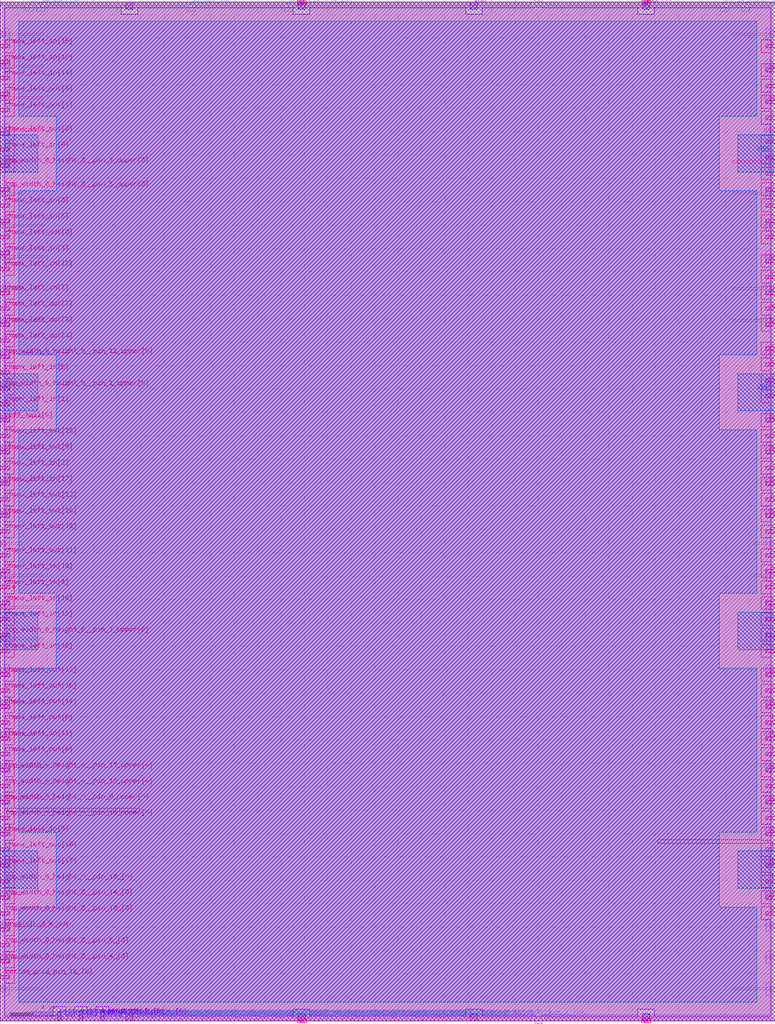
<source format=lef>
VERSION 5.7 ;
BUSBITCHARS "[]" ;

UNITS
  DATABASE MICRONS 1000 ;
END UNITS

MANUFACTURINGGRID 0.005 ;

LAYER li1
  TYPE ROUTING ;
  DIRECTION VERTICAL ;
  PITCH 0.46 ;
  WIDTH 0.17 ;
END li1

LAYER mcon
  TYPE CUT ;
END mcon

LAYER met1
  TYPE ROUTING ;
  DIRECTION HORIZONTAL ;
  PITCH 0.34 ;
  WIDTH 0.14 ;
END met1

LAYER via
  TYPE CUT ;
END via

LAYER met2
  TYPE ROUTING ;
  DIRECTION VERTICAL ;
  PITCH 0.46 ;
  WIDTH 0.14 ;
END met2

LAYER via2
  TYPE CUT ;
END via2

LAYER met3
  TYPE ROUTING ;
  DIRECTION HORIZONTAL ;
  PITCH 0.68 ;
  WIDTH 0.3 ;
END met3

LAYER via3
  TYPE CUT ;
END via3

LAYER met4
  TYPE ROUTING ;
  DIRECTION VERTICAL ;
  PITCH 0.92 ;
  WIDTH 0.3 ;
END met4

LAYER via4
  TYPE CUT ;
END via4

LAYER met5
  TYPE ROUTING ;
  DIRECTION HORIZONTAL ;
  PITCH 3.4 ;
  WIDTH 1.6 ;
END met5

LAYER nwell
  TYPE MASTERSLICE ;
END nwell

LAYER pwell
  TYPE MASTERSLICE ;
END pwell

LAYER OVERLAP
  TYPE OVERLAP ;
END OVERLAP

VIA L1M1_PR
  LAYER li1 ;
    RECT -0.085 -0.085 0.085 0.085 ;
  LAYER mcon ;
    RECT -0.085 -0.085 0.085 0.085 ;
  LAYER met1 ;
    RECT -0.145 -0.115 0.145 0.115 ;
END L1M1_PR

VIA L1M1_PR_R
  LAYER li1 ;
    RECT -0.085 -0.085 0.085 0.085 ;
  LAYER mcon ;
    RECT -0.085 -0.085 0.085 0.085 ;
  LAYER met1 ;
    RECT -0.115 -0.145 0.115 0.145 ;
END L1M1_PR_R

VIA L1M1_PR_M
  LAYER li1 ;
    RECT -0.085 -0.085 0.085 0.085 ;
  LAYER mcon ;
    RECT -0.085 -0.085 0.085 0.085 ;
  LAYER met1 ;
    RECT -0.115 -0.145 0.115 0.145 ;
END L1M1_PR_M

VIA L1M1_PR_MR
  LAYER li1 ;
    RECT -0.085 -0.085 0.085 0.085 ;
  LAYER mcon ;
    RECT -0.085 -0.085 0.085 0.085 ;
  LAYER met1 ;
    RECT -0.145 -0.115 0.145 0.115 ;
END L1M1_PR_MR

VIA L1M1_PR_C
  LAYER li1 ;
    RECT -0.085 -0.085 0.085 0.085 ;
  LAYER mcon ;
    RECT -0.085 -0.085 0.085 0.085 ;
  LAYER met1 ;
    RECT -0.145 -0.145 0.145 0.145 ;
END L1M1_PR_C

VIA M1M2_PR
  LAYER met1 ;
    RECT -0.16 -0.13 0.16 0.13 ;
  LAYER via ;
    RECT -0.075 -0.075 0.075 0.075 ;
  LAYER met2 ;
    RECT -0.13 -0.16 0.13 0.16 ;
END M1M2_PR

VIA M1M2_PR_Enc
  LAYER met1 ;
    RECT -0.16 -0.13 0.16 0.13 ;
  LAYER via ;
    RECT -0.075 -0.075 0.075 0.075 ;
  LAYER met2 ;
    RECT -0.16 -0.13 0.16 0.13 ;
END M1M2_PR_Enc

VIA M1M2_PR_R
  LAYER met1 ;
    RECT -0.13 -0.16 0.13 0.16 ;
  LAYER via ;
    RECT -0.075 -0.075 0.075 0.075 ;
  LAYER met2 ;
    RECT -0.16 -0.13 0.16 0.13 ;
END M1M2_PR_R

VIA M1M2_PR_R_Enc
  LAYER met1 ;
    RECT -0.13 -0.16 0.13 0.16 ;
  LAYER via ;
    RECT -0.075 -0.075 0.075 0.075 ;
  LAYER met2 ;
    RECT -0.13 -0.16 0.13 0.16 ;
END M1M2_PR_R_Enc

VIA M1M2_PR_M
  LAYER met1 ;
    RECT -0.16 -0.13 0.16 0.13 ;
  LAYER via ;
    RECT -0.075 -0.075 0.075 0.075 ;
  LAYER met2 ;
    RECT -0.16 -0.13 0.16 0.13 ;
END M1M2_PR_M

VIA M1M2_PR_M_Enc
  LAYER met1 ;
    RECT -0.16 -0.13 0.16 0.13 ;
  LAYER via ;
    RECT -0.075 -0.075 0.075 0.075 ;
  LAYER met2 ;
    RECT -0.13 -0.16 0.13 0.16 ;
END M1M2_PR_M_Enc

VIA M1M2_PR_MR
  LAYER met1 ;
    RECT -0.13 -0.16 0.13 0.16 ;
  LAYER via ;
    RECT -0.075 -0.075 0.075 0.075 ;
  LAYER met2 ;
    RECT -0.13 -0.16 0.13 0.16 ;
END M1M2_PR_MR

VIA M1M2_PR_MR_Enc
  LAYER met1 ;
    RECT -0.13 -0.16 0.13 0.16 ;
  LAYER via ;
    RECT -0.075 -0.075 0.075 0.075 ;
  LAYER met2 ;
    RECT -0.16 -0.13 0.16 0.13 ;
END M1M2_PR_MR_Enc

VIA M1M2_PR_C
  LAYER met1 ;
    RECT -0.16 -0.16 0.16 0.16 ;
  LAYER via ;
    RECT -0.075 -0.075 0.075 0.075 ;
  LAYER met2 ;
    RECT -0.16 -0.16 0.16 0.16 ;
END M1M2_PR_C

VIA M2M3_PR
  LAYER met2 ;
    RECT -0.14 -0.185 0.14 0.185 ;
  LAYER via2 ;
    RECT -0.1 -0.1 0.1 0.1 ;
  LAYER met3 ;
    RECT -0.165 -0.165 0.165 0.165 ;
END M2M3_PR

VIA M2M3_PR_R
  LAYER met2 ;
    RECT -0.185 -0.14 0.185 0.14 ;
  LAYER via2 ;
    RECT -0.1 -0.1 0.1 0.1 ;
  LAYER met3 ;
    RECT -0.165 -0.165 0.165 0.165 ;
END M2M3_PR_R

VIA M2M3_PR_M
  LAYER met2 ;
    RECT -0.14 -0.185 0.14 0.185 ;
  LAYER via2 ;
    RECT -0.1 -0.1 0.1 0.1 ;
  LAYER met3 ;
    RECT -0.165 -0.165 0.165 0.165 ;
END M2M3_PR_M

VIA M2M3_PR_MR
  LAYER met2 ;
    RECT -0.185 -0.14 0.185 0.14 ;
  LAYER via2 ;
    RECT -0.1 -0.1 0.1 0.1 ;
  LAYER met3 ;
    RECT -0.165 -0.165 0.165 0.165 ;
END M2M3_PR_MR

VIA M2M3_PR_C
  LAYER met2 ;
    RECT -0.185 -0.185 0.185 0.185 ;
  LAYER via2 ;
    RECT -0.1 -0.1 0.1 0.1 ;
  LAYER met3 ;
    RECT -0.165 -0.165 0.165 0.165 ;
END M2M3_PR_C

VIA M3M4_PR
  LAYER met3 ;
    RECT -0.19 -0.16 0.19 0.16 ;
  LAYER via3 ;
    RECT -0.1 -0.1 0.1 0.1 ;
  LAYER met4 ;
    RECT -0.165 -0.165 0.165 0.165 ;
END M3M4_PR

VIA M3M4_PR_R
  LAYER met3 ;
    RECT -0.16 -0.19 0.16 0.19 ;
  LAYER via3 ;
    RECT -0.1 -0.1 0.1 0.1 ;
  LAYER met4 ;
    RECT -0.165 -0.165 0.165 0.165 ;
END M3M4_PR_R

VIA M3M4_PR_M
  LAYER met3 ;
    RECT -0.19 -0.16 0.19 0.16 ;
  LAYER via3 ;
    RECT -0.1 -0.1 0.1 0.1 ;
  LAYER met4 ;
    RECT -0.165 -0.165 0.165 0.165 ;
END M3M4_PR_M

VIA M3M4_PR_MR
  LAYER met3 ;
    RECT -0.16 -0.19 0.16 0.19 ;
  LAYER via3 ;
    RECT -0.1 -0.1 0.1 0.1 ;
  LAYER met4 ;
    RECT -0.165 -0.165 0.165 0.165 ;
END M3M4_PR_MR

VIA M3M4_PR_C
  LAYER met3 ;
    RECT -0.19 -0.19 0.19 0.19 ;
  LAYER via3 ;
    RECT -0.1 -0.1 0.1 0.1 ;
  LAYER met4 ;
    RECT -0.165 -0.165 0.165 0.165 ;
END M3M4_PR_C

VIA M4M5_PR
  LAYER met4 ;
    RECT -0.59 -0.59 0.59 0.59 ;
  LAYER via4 ;
    RECT -0.4 -0.4 0.4 0.4 ;
  LAYER met5 ;
    RECT -0.71 -0.71 0.71 0.71 ;
END M4M5_PR

VIA M4M5_PR_R
  LAYER met4 ;
    RECT -0.59 -0.59 0.59 0.59 ;
  LAYER via4 ;
    RECT -0.4 -0.4 0.4 0.4 ;
  LAYER met5 ;
    RECT -0.71 -0.71 0.71 0.71 ;
END M4M5_PR_R

VIA M4M5_PR_M
  LAYER met4 ;
    RECT -0.59 -0.59 0.59 0.59 ;
  LAYER via4 ;
    RECT -0.4 -0.4 0.4 0.4 ;
  LAYER met5 ;
    RECT -0.71 -0.71 0.71 0.71 ;
END M4M5_PR_M

VIA M4M5_PR_MR
  LAYER met4 ;
    RECT -0.59 -0.59 0.59 0.59 ;
  LAYER via4 ;
    RECT -0.4 -0.4 0.4 0.4 ;
  LAYER met5 ;
    RECT -0.71 -0.71 0.71 0.71 ;
END M4M5_PR_MR

VIA M4M5_PR_C
  LAYER met4 ;
    RECT -0.59 -0.59 0.59 0.59 ;
  LAYER via4 ;
    RECT -0.4 -0.4 0.4 0.4 ;
  LAYER met5 ;
    RECT -0.71 -0.71 0.71 0.71 ;
END M4M5_PR_C

SITE unit
  CLASS CORE ;
  SYMMETRY Y ;
  SIZE 0.46 BY 2.72 ;
END unit

SITE unithddbl
  CLASS CORE ;
  SIZE 0.46 BY 5.44 ;
END unithddbl

MACRO cbx_1__0_
  CLASS BLOCK ;
  ORIGIN 0 0 ;
  SIZE 66.24 BY 87.04 ;
  SYMMETRY X Y ;
  PIN chanx_left_in[0]
    DIRECTION INPUT ;
    USE SIGNAL ;
    PORT
      LAYER met3 ;
        RECT 0 69.55 0.8 69.85 ;
    END
  END chanx_left_in[0]
  PIN chanx_left_in[1]
    DIRECTION INPUT ;
    USE SIGNAL ;
    PORT
      LAYER met3 ;
        RECT 0 52.55 0.8 52.85 ;
    END
  END chanx_left_in[1]
  PIN chanx_left_in[2]
    DIRECTION INPUT ;
    USE SIGNAL ;
    PORT
      LAYER met3 ;
        RECT 0 47.11 0.8 47.41 ;
    END
  END chanx_left_in[2]
  PIN chanx_left_in[3]
    DIRECTION INPUT ;
    USE SIGNAL ;
    PORT
      LAYER met3 ;
        RECT 0 65.47 0.8 65.77 ;
    END
  END chanx_left_in[3]
  PIN chanx_left_in[4]
    DIRECTION INPUT ;
    USE SIGNAL ;
    PORT
      LAYER met3 ;
        RECT 0 36.91 0.8 37.21 ;
    END
  END chanx_left_in[4]
  PIN chanx_left_in[5]
    DIRECTION INPUT ;
    USE SIGNAL ;
    PORT
      LAYER met3 ;
        RECT 0 15.83 0.8 16.13 ;
    END
  END chanx_left_in[5]
  PIN chanx_left_in[6]
    DIRECTION INPUT ;
    USE SIGNAL ;
    PORT
      LAYER met3 ;
        RECT 0 68.19 0.8 68.49 ;
    END
  END chanx_left_in[6]
  PIN chanx_left_in[7]
    DIRECTION INPUT ;
    USE SIGNAL ;
    PORT
      LAYER met3 ;
        RECT 0 62.07 0.8 62.37 ;
    END
  END chanx_left_in[7]
  PIN chanx_left_in[8]
    DIRECTION INPUT ;
    USE SIGNAL ;
    PORT
      LAYER met3 ;
        RECT 0 55.27 0.8 55.57 ;
    END
  END chanx_left_in[8]
  PIN chanx_left_in[9]
    DIRECTION INPUT ;
    USE SIGNAL ;
    PORT
      LAYER met3 ;
        RECT 0 74.31 0.8 74.61 ;
    END
  END chanx_left_in[9]
  PIN chanx_left_in[10]
    DIRECTION INPUT ;
    USE SIGNAL ;
    PORT
      LAYER met3 ;
        RECT 0 31.47 0.8 31.77 ;
    END
  END chanx_left_in[10]
  PIN chanx_left_in[11]
    DIRECTION INPUT ;
    USE SIGNAL ;
    PORT
      LAYER met3 ;
        RECT 0 23.99 0.8 24.29 ;
    END
  END chanx_left_in[11]
  PIN chanx_left_in[12]
    DIRECTION INPUT ;
    USE SIGNAL ;
    PORT
      LAYER met3 ;
        RECT 0 64.11 0.8 64.41 ;
    END
  END chanx_left_in[12]
  PIN chanx_left_in[13]
    DIRECTION INPUT ;
    USE SIGNAL ;
    PORT
      LAYER met3 ;
        RECT 0 81.79 0.8 82.09 ;
    END
  END chanx_left_in[13]
  PIN chanx_left_in[14]
    DIRECTION INPUT ;
    USE SIGNAL ;
    PORT
      LAYER met3 ;
        RECT 0 80.43 0.8 80.73 ;
    END
  END chanx_left_in[14]
  PIN chanx_left_in[15]
    DIRECTION INPUT ;
    USE SIGNAL ;
    PORT
      LAYER met3 ;
        RECT 0 83.15 0.8 83.45 ;
    END
  END chanx_left_in[15]
  PIN chanx_left_in[16]
    DIRECTION INPUT ;
    USE SIGNAL ;
    PORT
      LAYER met3 ;
        RECT 0 35.55 0.8 35.85 ;
    END
  END chanx_left_in[16]
  PIN chanx_left_in[17]
    DIRECTION INPUT ;
    USE SIGNAL ;
    PORT
      LAYER met3 ;
        RECT 0 45.75 0.8 46.05 ;
    END
  END chanx_left_in[17]
  PIN chanx_left_in[18]
    DIRECTION INPUT ;
    USE SIGNAL ;
    PORT
      LAYER met3 ;
        RECT 0 38.27 0.8 38.57 ;
    END
  END chanx_left_in[18]
  PIN chanx_left_in[19]
    DIRECTION INPUT ;
    USE SIGNAL ;
    PORT
      LAYER met3 ;
        RECT 0 34.19 0.8 34.49 ;
    END
  END chanx_left_in[19]
  PIN chanx_right_in[0]
    DIRECTION INPUT ;
    USE SIGNAL ;
    PORT
      LAYER met3 ;
        RECT 65.44 53.23 66.24 53.53 ;
    END
  END chanx_right_in[0]
  PIN chanx_right_in[1]
    DIRECTION INPUT ;
    USE SIGNAL ;
    PORT
      LAYER met3 ;
        RECT 65.44 74.99 66.24 75.29 ;
    END
  END chanx_right_in[1]
  PIN chanx_right_in[2]
    DIRECTION INPUT ;
    USE SIGNAL ;
    PORT
      LAYER met3 ;
        RECT 65.44 54.59 66.24 54.89 ;
    END
  END chanx_right_in[2]
  PIN chanx_right_in[3]
    DIRECTION INPUT ;
    USE SIGNAL ;
    PORT
      LAYER met3 ;
        RECT 65.44 44.39 66.24 44.69 ;
    END
  END chanx_right_in[3]
  PIN chanx_right_in[4]
    DIRECTION INPUT ;
    USE SIGNAL ;
    PORT
      LAYER met3 ;
        RECT 65.44 77.03 66.24 77.33 ;
    END
  END chanx_right_in[4]
  PIN chanx_right_in[5]
    DIRECTION INPUT ;
    USE SIGNAL ;
    PORT
      LAYER met3 ;
        RECT 65.44 31.47 66.24 31.77 ;
    END
  END chanx_right_in[5]
  PIN chanx_right_in[6]
    DIRECTION INPUT ;
    USE SIGNAL ;
    PORT
      LAYER met3 ;
        RECT 65.44 69.55 66.24 69.85 ;
    END
  END chanx_right_in[6]
  PIN chanx_right_in[7]
    DIRECTION INPUT ;
    USE SIGNAL ;
    PORT
      LAYER met3 ;
        RECT 65.44 18.55 66.24 18.85 ;
    END
  END chanx_right_in[7]
  PIN chanx_right_in[8]
    DIRECTION INPUT ;
    USE SIGNAL ;
    PORT
      LAYER met3 ;
        RECT 65.44 34.19 66.24 34.49 ;
    END
  END chanx_right_in[8]
  PIN chanx_right_in[9]
    DIRECTION INPUT ;
    USE SIGNAL ;
    PORT
      LAYER met3 ;
        RECT 65.44 66.83 66.24 67.13 ;
    END
  END chanx_right_in[9]
  PIN chanx_right_in[10]
    DIRECTION INPUT ;
    USE SIGNAL ;
    PORT
      LAYER met3 ;
        RECT 65.44 43.03 66.24 43.33 ;
    END
  END chanx_right_in[10]
  PIN chanx_right_in[11]
    DIRECTION INPUT ;
    USE SIGNAL ;
    PORT
      LAYER met3 ;
        RECT 65.44 39.63 66.24 39.93 ;
    END
  END chanx_right_in[11]
  PIN chanx_right_in[12]
    DIRECTION INPUT ;
    USE SIGNAL ;
    PORT
      LAYER met3 ;
        RECT 65.44 35.55 66.24 35.85 ;
    END
  END chanx_right_in[12]
  PIN chanx_right_in[13]
    DIRECTION INPUT ;
    USE SIGNAL ;
    PORT
      LAYER met3 ;
        RECT 65.44 72.27 66.24 72.57 ;
    END
  END chanx_right_in[13]
  PIN chanx_right_in[14]
    DIRECTION INPUT ;
    USE SIGNAL ;
    PORT
      LAYER met3 ;
        RECT 65.44 79.75 66.24 80.05 ;
    END
  END chanx_right_in[14]
  PIN chanx_right_in[15]
    DIRECTION INPUT ;
    USE SIGNAL ;
    PORT
      LAYER met3 ;
        RECT 65.44 83.15 66.24 83.45 ;
    END
  END chanx_right_in[15]
  PIN chanx_right_in[16]
    DIRECTION INPUT ;
    USE SIGNAL ;
    PORT
      LAYER met3 ;
        RECT 65.44 17.19 66.24 17.49 ;
    END
  END chanx_right_in[16]
  PIN chanx_right_in[17]
    DIRECTION INPUT ;
    USE SIGNAL ;
    PORT
      LAYER met3 ;
        RECT 65.44 28.07 66.24 28.37 ;
    END
  END chanx_right_in[17]
  PIN chanx_right_in[18]
    DIRECTION INPUT ;
    USE SIGNAL ;
    PORT
      LAYER met3 ;
        RECT 65.44 41.67 66.24 41.97 ;
    END
  END chanx_right_in[18]
  PIN chanx_right_in[19]
    DIRECTION INPUT ;
    USE SIGNAL ;
    PORT
      LAYER met3 ;
        RECT 65.44 70.91 66.24 71.21 ;
    END
  END chanx_right_in[19]
  PIN ccff_head[0]
    DIRECTION INPUT ;
    USE SIGNAL ;
    PORT
      LAYER met3 ;
        RECT 65.44 81.11 66.24 81.41 ;
    END
  END ccff_head[0]
  PIN chanx_left_out[0]
    DIRECTION OUTPUT ;
    USE SIGNAL ;
    PORT
      LAYER met3 ;
        RECT 0 66.83 0.8 67.13 ;
    END
  END chanx_left_out[0]
  PIN chanx_left_out[1]
    DIRECTION OUTPUT ;
    USE SIGNAL ;
    PORT
      LAYER met3 ;
        RECT 0 77.71 0.8 78.01 ;
    END
  END chanx_left_out[1]
  PIN chanx_left_out[2]
    DIRECTION OUTPUT ;
    USE SIGNAL ;
    PORT
      LAYER met3 ;
        RECT 0 75.67 0.8 75.97 ;
    END
  END chanx_left_out[2]
  PIN chanx_left_out[3]
    DIRECTION OUTPUT ;
    USE SIGNAL ;
    PORT
      LAYER met3 ;
        RECT 0 59.35 0.8 59.65 ;
    END
  END chanx_left_out[3]
  PIN chanx_left_out[4]
    DIRECTION OUTPUT ;
    USE SIGNAL ;
    PORT
      LAYER met3 ;
        RECT 0 57.99 0.8 58.29 ;
    END
  END chanx_left_out[4]
  PIN chanx_left_out[5]
    DIRECTION OUTPUT ;
    USE SIGNAL ;
    PORT
      LAYER met3 ;
        RECT 0 79.07 0.8 79.37 ;
    END
  END chanx_left_out[5]
  PIN chanx_left_out[6]
    DIRECTION OUTPUT ;
    USE SIGNAL ;
    PORT
      LAYER met3 ;
        RECT 0 48.47 0.8 48.77 ;
    END
  END chanx_left_out[6]
  PIN chanx_left_out[7]
    DIRECTION OUTPUT ;
    USE SIGNAL ;
    PORT
      LAYER met3 ;
        RECT 0 60.71 0.8 61.01 ;
    END
  END chanx_left_out[7]
  PIN chanx_left_out[8]
    DIRECTION OUTPUT ;
    USE SIGNAL ;
    PORT
      LAYER met3 ;
        RECT 0 25.35 0.8 25.65 ;
    END
  END chanx_left_out[8]
  PIN chanx_left_out[9]
    DIRECTION OUTPUT ;
    USE SIGNAL ;
    PORT
      LAYER met3 ;
        RECT 0 22.63 0.8 22.93 ;
    END
  END chanx_left_out[9]
  PIN chanx_left_out[10]
    DIRECTION OUTPUT ;
    USE SIGNAL ;
    PORT
      LAYER met3 ;
        RECT 0 43.03 0.8 43.33 ;
    END
  END chanx_left_out[10]
  PIN chanx_left_out[11]
    DIRECTION OUTPUT ;
    USE SIGNAL ;
    PORT
      LAYER met3 ;
        RECT 0 39.63 0.8 39.93 ;
    END
  END chanx_left_out[11]
  PIN chanx_left_out[12]
    DIRECTION OUTPUT ;
    USE SIGNAL ;
    PORT
      LAYER met3 ;
        RECT 0 29.43 0.8 29.73 ;
    END
  END chanx_left_out[12]
  PIN chanx_left_out[13]
    DIRECTION OUTPUT ;
    USE SIGNAL ;
    PORT
      LAYER met3 ;
        RECT 0 44.39 0.8 44.69 ;
    END
  END chanx_left_out[13]
  PIN chanx_left_out[14]
    DIRECTION OUTPUT ;
    USE SIGNAL ;
    PORT
      LAYER met3 ;
        RECT 0 26.71 0.8 27.01 ;
    END
  END chanx_left_out[14]
  PIN chanx_left_out[15]
    DIRECTION OUTPUT ;
    USE SIGNAL ;
    PORT
      LAYER met3 ;
        RECT 0 49.83 0.8 50.13 ;
    END
  END chanx_left_out[15]
  PIN chanx_left_out[16]
    DIRECTION OUTPUT ;
    USE SIGNAL ;
    PORT
      LAYER met3 ;
        RECT 0 28.07 0.8 28.37 ;
    END
  END chanx_left_out[16]
  PIN chanx_left_out[17]
    DIRECTION OUTPUT ;
    USE SIGNAL ;
    PORT
      LAYER met3 ;
        RECT 0 13.11 0.8 13.41 ;
    END
  END chanx_left_out[17]
  PIN chanx_left_out[18]
    DIRECTION OUTPUT ;
    USE SIGNAL ;
    PORT
      LAYER met3 ;
        RECT 0 41.67 0.8 41.97 ;
    END
  END chanx_left_out[18]
  PIN chanx_left_out[19]
    DIRECTION OUTPUT ;
    USE SIGNAL ;
    PORT
      LAYER met3 ;
        RECT 0 14.47 0.8 14.77 ;
    END
  END chanx_left_out[19]
  PIN chanx_right_out[0]
    DIRECTION OUTPUT ;
    USE SIGNAL ;
    PORT
      LAYER met3 ;
        RECT 65.44 36.91 66.24 37.21 ;
    END
  END chanx_right_out[0]
  PIN chanx_right_out[1]
    DIRECTION OUTPUT ;
    USE SIGNAL ;
    PORT
      LAYER met3 ;
        RECT 65.44 21.27 66.24 21.57 ;
    END
  END chanx_right_out[1]
  PIN chanx_right_out[2]
    DIRECTION OUTPUT ;
    USE SIGNAL ;
    PORT
      LAYER met3 ;
        RECT 65.44 63.43 66.24 63.73 ;
    END
  END chanx_right_out[2]
  PIN chanx_right_out[3]
    DIRECTION OUTPUT ;
    USE SIGNAL ;
    PORT
      LAYER met3 ;
        RECT 65.44 47.11 66.24 47.41 ;
    END
  END chanx_right_out[3]
  PIN chanx_right_out[4]
    DIRECTION OUTPUT ;
    USE SIGNAL ;
    PORT
      LAYER met3 ;
        RECT 65.44 45.75 66.24 46.05 ;
    END
  END chanx_right_out[4]
  PIN chanx_right_out[5]
    DIRECTION OUTPUT ;
    USE SIGNAL ;
    PORT
      LAYER met3 ;
        RECT 65.44 49.83 66.24 50.13 ;
    END
  END chanx_right_out[5]
  PIN chanx_right_out[6]
    DIRECTION OUTPUT ;
    USE SIGNAL ;
    PORT
      LAYER met3 ;
        RECT 65.44 60.71 66.24 61.01 ;
    END
  END chanx_right_out[6]
  PIN chanx_right_out[7]
    DIRECTION OUTPUT ;
    USE SIGNAL ;
    PORT
      LAYER met3 ;
        RECT 65.44 55.95 66.24 56.25 ;
    END
  END chanx_right_out[7]
  PIN chanx_right_out[8]
    DIRECTION OUTPUT ;
    USE SIGNAL ;
    PORT
      LAYER met3 ;
        RECT 65.44 64.79 66.24 65.09 ;
    END
  END chanx_right_out[8]
  PIN chanx_right_out[9]
    DIRECTION OUTPUT ;
    USE SIGNAL ;
    PORT
      LAYER met3 ;
        RECT 65.44 51.19 66.24 51.49 ;
    END
  END chanx_right_out[9]
  PIN chanx_right_out[10]
    DIRECTION OUTPUT ;
    USE SIGNAL ;
    PORT
      LAYER met3 ;
        RECT 65.44 29.43 66.24 29.73 ;
    END
  END chanx_right_out[10]
  PIN chanx_right_out[11]
    DIRECTION OUTPUT ;
    USE SIGNAL ;
    PORT
      LAYER met3 ;
        RECT 65.44 15.83 66.24 16.13 ;
    END
  END chanx_right_out[11]
  PIN chanx_right_out[12]
    DIRECTION OUTPUT ;
    USE SIGNAL ;
    PORT
      LAYER met3 ;
        RECT 65.44 68.19 66.24 68.49 ;
    END
  END chanx_right_out[12]
  PIN chanx_right_out[13]
    DIRECTION OUTPUT ;
    USE SIGNAL ;
    PORT
      LAYER met3 ;
        RECT 65.44 48.47 66.24 48.77 ;
    END
  END chanx_right_out[13]
  PIN chanx_right_out[14]
    DIRECTION OUTPUT ;
    USE SIGNAL ;
    PORT
      LAYER met3 ;
        RECT 65.44 38.27 66.24 38.57 ;
    END
  END chanx_right_out[14]
  PIN chanx_right_out[15]
    DIRECTION OUTPUT ;
    USE SIGNAL ;
    PORT
      LAYER met3 ;
        RECT 65.44 57.31 66.24 57.61 ;
    END
  END chanx_right_out[15]
  PIN chanx_right_out[16]
    DIRECTION OUTPUT ;
    USE SIGNAL ;
    PORT
      LAYER met3 ;
        RECT 65.44 62.07 66.24 62.37 ;
    END
  END chanx_right_out[16]
  PIN chanx_right_out[17]
    DIRECTION OUTPUT ;
    USE SIGNAL ;
    PORT
      LAYER met3 ;
        RECT 65.44 73.63 66.24 73.93 ;
    END
  END chanx_right_out[17]
  PIN chanx_right_out[18]
    DIRECTION OUTPUT ;
    USE SIGNAL ;
    PORT
      LAYER met3 ;
        RECT 65.44 59.35 66.24 59.65 ;
    END
  END chanx_right_out[18]
  PIN chanx_right_out[19]
    DIRECTION OUTPUT ;
    USE SIGNAL ;
    PORT
      LAYER met3 ;
        RECT 65.44 78.39 66.24 78.69 ;
    END
  END chanx_right_out[19]
  PIN bottom_grid_pin_0_[0]
    DIRECTION OUTPUT ;
    USE SIGNAL ;
    PORT
      LAYER met3 ;
        RECT 65.44 9.03 66.24 9.33 ;
    END
  END bottom_grid_pin_0_[0]
  PIN bottom_grid_pin_2_[0]
    DIRECTION OUTPUT ;
    USE SIGNAL ;
    PORT
      LAYER met2 ;
        RECT 38.34 0 38.48 0.485 ;
    END
  END bottom_grid_pin_2_[0]
  PIN bottom_grid_pin_4_[0]
    DIRECTION OUTPUT ;
    USE SIGNAL ;
    PORT
      LAYER met4 ;
        RECT 8.59 0 8.89 0.8 ;
    END
  END bottom_grid_pin_4_[0]
  PIN bottom_grid_pin_6_[0]
    DIRECTION OUTPUT ;
    USE SIGNAL ;
    PORT
      LAYER met4 ;
        RECT 6.75 0 7.05 0.8 ;
    END
  END bottom_grid_pin_6_[0]
  PIN bottom_grid_pin_8_[0]
    DIRECTION OUTPUT ;
    USE SIGNAL ;
    PORT
      LAYER met2 ;
        RECT 36.04 0 36.18 0.485 ;
    END
  END bottom_grid_pin_8_[0]
  PIN bottom_grid_pin_10_[0]
    DIRECTION OUTPUT ;
    USE SIGNAL ;
    PORT
      LAYER met4 ;
        RECT 4.91 0 5.21 0.8 ;
    END
  END bottom_grid_pin_10_[0]
  PIN bottom_grid_pin_12_[0]
    DIRECTION OUTPUT ;
    USE SIGNAL ;
    PORT
      LAYER met2 ;
        RECT 32.82 0 32.96 0.485 ;
    END
  END bottom_grid_pin_12_[0]
  PIN bottom_grid_pin_14_[0]
    DIRECTION OUTPUT ;
    USE SIGNAL ;
    PORT
      LAYER met2 ;
        RECT 9.82 0 9.96 0.485 ;
    END
  END bottom_grid_pin_14_[0]
  PIN bottom_grid_pin_16_[0]
    DIRECTION OUTPUT ;
    USE SIGNAL ;
    PORT
      LAYER met3 ;
        RECT 0 3.59 0.8 3.89 ;
    END
  END bottom_grid_pin_16_[0]
  PIN ccff_tail[0]
    DIRECTION OUTPUT ;
    USE SIGNAL ;
    PORT
      LAYER met3 ;
        RECT 0 51.19 0.8 51.49 ;
    END
  END ccff_tail[0]
  PIN IO_ISOL_N[0]
    DIRECTION INPUT ;
    USE SIGNAL ;
    PORT
      LAYER met2 ;
        RECT 3.38 86.555 3.52 87.04 ;
    END
  END IO_ISOL_N[0]
  PIN gfpga_pad_EMBEDDED_IO_HD_SOC_IN[0]
    DIRECTION INPUT ;
    USE SIGNAL ;
    PORT
      LAYER met2 ;
        RECT 14.42 0 14.56 0.485 ;
    END
  END gfpga_pad_EMBEDDED_IO_HD_SOC_IN[0]
  PIN gfpga_pad_EMBEDDED_IO_HD_SOC_IN[1]
    DIRECTION INPUT ;
    USE SIGNAL ;
    PORT
      LAYER met2 ;
        RECT 15.34 0 15.48 0.485 ;
    END
  END gfpga_pad_EMBEDDED_IO_HD_SOC_IN[1]
  PIN gfpga_pad_EMBEDDED_IO_HD_SOC_IN[2]
    DIRECTION INPUT ;
    USE SIGNAL ;
    PORT
      LAYER met2 ;
        RECT 29.14 0 29.28 0.485 ;
    END
  END gfpga_pad_EMBEDDED_IO_HD_SOC_IN[2]
  PIN gfpga_pad_EMBEDDED_IO_HD_SOC_IN[3]
    DIRECTION INPUT ;
    USE SIGNAL ;
    PORT
      LAYER met2 ;
        RECT 30.98 0 31.12 0.485 ;
    END
  END gfpga_pad_EMBEDDED_IO_HD_SOC_IN[3]
  PIN gfpga_pad_EMBEDDED_IO_HD_SOC_IN[4]
    DIRECTION INPUT ;
    USE SIGNAL ;
    PORT
      LAYER met2 ;
        RECT 16.26 0 16.4 0.485 ;
    END
  END gfpga_pad_EMBEDDED_IO_HD_SOC_IN[4]
  PIN gfpga_pad_EMBEDDED_IO_HD_SOC_IN[5]
    DIRECTION INPUT ;
    USE SIGNAL ;
    PORT
      LAYER met2 ;
        RECT 10.74 0 10.88 0.485 ;
    END
  END gfpga_pad_EMBEDDED_IO_HD_SOC_IN[5]
  PIN gfpga_pad_EMBEDDED_IO_HD_SOC_IN[6]
    DIRECTION INPUT ;
    USE SIGNAL ;
    PORT
      LAYER met2 ;
        RECT 6.6 0 6.74 0.485 ;
    END
  END gfpga_pad_EMBEDDED_IO_HD_SOC_IN[6]
  PIN gfpga_pad_EMBEDDED_IO_HD_SOC_IN[7]
    DIRECTION INPUT ;
    USE SIGNAL ;
    PORT
      LAYER met2 ;
        RECT 5.68 0 5.82 0.485 ;
    END
  END gfpga_pad_EMBEDDED_IO_HD_SOC_IN[7]
  PIN gfpga_pad_EMBEDDED_IO_HD_SOC_IN[8]
    DIRECTION INPUT ;
    USE SIGNAL ;
    PORT
      LAYER met2 ;
        RECT 12.12 0 12.26 0.485 ;
    END
  END gfpga_pad_EMBEDDED_IO_HD_SOC_IN[8]
  PIN gfpga_pad_EMBEDDED_IO_HD_SOC_OUT[0]
    DIRECTION OUTPUT ;
    USE SIGNAL ;
    PORT
      LAYER met2 ;
        RECT 23.16 0 23.3 0.485 ;
    END
  END gfpga_pad_EMBEDDED_IO_HD_SOC_OUT[0]
  PIN gfpga_pad_EMBEDDED_IO_HD_SOC_OUT[1]
    DIRECTION OUTPUT ;
    USE SIGNAL ;
    PORT
      LAYER met2 ;
        RECT 26.38 0 26.52 0.485 ;
    END
  END gfpga_pad_EMBEDDED_IO_HD_SOC_OUT[1]
  PIN gfpga_pad_EMBEDDED_IO_HD_SOC_OUT[2]
    DIRECTION OUTPUT ;
    USE SIGNAL ;
    PORT
      LAYER met2 ;
        RECT 35.12 0 35.26 0.485 ;
    END
  END gfpga_pad_EMBEDDED_IO_HD_SOC_OUT[2]
  PIN gfpga_pad_EMBEDDED_IO_HD_SOC_OUT[3]
    DIRECTION OUTPUT ;
    USE SIGNAL ;
    PORT
      LAYER met2 ;
        RECT 30.06 0 30.2 0.485 ;
    END
  END gfpga_pad_EMBEDDED_IO_HD_SOC_OUT[3]
  PIN gfpga_pad_EMBEDDED_IO_HD_SOC_OUT[4]
    DIRECTION OUTPUT ;
    USE SIGNAL ;
    PORT
      LAYER met2 ;
        RECT 28.22 0 28.36 0.485 ;
    END
  END gfpga_pad_EMBEDDED_IO_HD_SOC_OUT[4]
  PIN gfpga_pad_EMBEDDED_IO_HD_SOC_OUT[5]
    DIRECTION OUTPUT ;
    USE SIGNAL ;
    PORT
      LAYER met2 ;
        RECT 19.48 0 19.62 0.485 ;
    END
  END gfpga_pad_EMBEDDED_IO_HD_SOC_OUT[5]
  PIN gfpga_pad_EMBEDDED_IO_HD_SOC_OUT[6]
    DIRECTION OUTPUT ;
    USE SIGNAL ;
    PORT
      LAYER met2 ;
        RECT 18.56 0 18.7 0.485 ;
    END
  END gfpga_pad_EMBEDDED_IO_HD_SOC_OUT[6]
  PIN gfpga_pad_EMBEDDED_IO_HD_SOC_OUT[7]
    DIRECTION OUTPUT ;
    USE SIGNAL ;
    PORT
      LAYER met2 ;
        RECT 3.84 0 3.98 0.485 ;
    END
  END gfpga_pad_EMBEDDED_IO_HD_SOC_OUT[7]
  PIN gfpga_pad_EMBEDDED_IO_HD_SOC_OUT[8]
    DIRECTION OUTPUT ;
    USE SIGNAL ;
    PORT
      LAYER met2 ;
        RECT 7.98 0 8.12 0.485 ;
    END
  END gfpga_pad_EMBEDDED_IO_HD_SOC_OUT[8]
  PIN gfpga_pad_EMBEDDED_IO_HD_SOC_DIR[0]
    DIRECTION OUTPUT ;
    USE SIGNAL ;
    PORT
      LAYER met2 ;
        RECT 17.18 0 17.32 0.485 ;
    END
  END gfpga_pad_EMBEDDED_IO_HD_SOC_DIR[0]
  PIN gfpga_pad_EMBEDDED_IO_HD_SOC_DIR[1]
    DIRECTION OUTPUT ;
    USE SIGNAL ;
    PORT
      LAYER met2 ;
        RECT 21.78 0 21.92 0.485 ;
    END
  END gfpga_pad_EMBEDDED_IO_HD_SOC_DIR[1]
  PIN gfpga_pad_EMBEDDED_IO_HD_SOC_DIR[2]
    DIRECTION OUTPUT ;
    USE SIGNAL ;
    PORT
      LAYER met2 ;
        RECT 27.3 0 27.44 0.485 ;
    END
  END gfpga_pad_EMBEDDED_IO_HD_SOC_DIR[2]
  PIN gfpga_pad_EMBEDDED_IO_HD_SOC_DIR[3]
    DIRECTION OUTPUT ;
    USE SIGNAL ;
    PORT
      LAYER met2 ;
        RECT 24.54 0 24.68 0.485 ;
    END
  END gfpga_pad_EMBEDDED_IO_HD_SOC_DIR[3]
  PIN gfpga_pad_EMBEDDED_IO_HD_SOC_DIR[4]
    DIRECTION OUTPUT ;
    USE SIGNAL ;
    PORT
      LAYER met2 ;
        RECT 20.86 0 21 0.485 ;
    END
  END gfpga_pad_EMBEDDED_IO_HD_SOC_DIR[4]
  PIN gfpga_pad_EMBEDDED_IO_HD_SOC_DIR[5]
    DIRECTION OUTPUT ;
    USE SIGNAL ;
    PORT
      LAYER met2 ;
        RECT 13.5 0 13.64 0.485 ;
    END
  END gfpga_pad_EMBEDDED_IO_HD_SOC_DIR[5]
  PIN gfpga_pad_EMBEDDED_IO_HD_SOC_DIR[6]
    DIRECTION OUTPUT ;
    USE SIGNAL ;
    PORT
      LAYER met2 ;
        RECT 8.9 0 9.04 0.485 ;
    END
  END gfpga_pad_EMBEDDED_IO_HD_SOC_DIR[6]
  PIN gfpga_pad_EMBEDDED_IO_HD_SOC_DIR[7]
    DIRECTION OUTPUT ;
    USE SIGNAL ;
    PORT
      LAYER met2 ;
        RECT 2.46 0 2.6 0.485 ;
    END
  END gfpga_pad_EMBEDDED_IO_HD_SOC_DIR[7]
  PIN gfpga_pad_EMBEDDED_IO_HD_SOC_DIR[8]
    DIRECTION OUTPUT ;
    USE SIGNAL ;
    PORT
      LAYER met2 ;
        RECT 4.76 0 4.9 0.485 ;
    END
  END gfpga_pad_EMBEDDED_IO_HD_SOC_DIR[8]
  PIN top_width_0_height_0__pin_0_[0]
    DIRECTION INPUT ;
    USE SIGNAL ;
    PORT
      LAYER met3 ;
        RECT 65.44 10.39 66.24 10.69 ;
    END
  END top_width_0_height_0__pin_0_[0]
  PIN top_width_0_height_0__pin_2_[0]
    DIRECTION INPUT ;
    USE SIGNAL ;
    PORT
      LAYER met2 ;
        RECT 39.26 0 39.4 0.485 ;
    END
  END top_width_0_height_0__pin_2_[0]
  PIN top_width_0_height_0__pin_4_[0]
    DIRECTION INPUT ;
    USE SIGNAL ;
    PORT
      LAYER met3 ;
        RECT 0 4.95 0.8 5.25 ;
    END
  END top_width_0_height_0__pin_4_[0]
  PIN top_width_0_height_0__pin_6_[0]
    DIRECTION INPUT ;
    USE SIGNAL ;
    PORT
      LAYER met3 ;
        RECT 0 6.31 0.8 6.61 ;
    END
  END top_width_0_height_0__pin_6_[0]
  PIN top_width_0_height_0__pin_8_[0]
    DIRECTION INPUT ;
    USE SIGNAL ;
    PORT
      LAYER met2 ;
        RECT 34.2 0 34.34 0.485 ;
    END
  END top_width_0_height_0__pin_8_[0]
  PIN top_width_0_height_0__pin_10_[0]
    DIRECTION INPUT ;
    USE SIGNAL ;
    PORT
      LAYER met3 ;
        RECT 0 9.03 0.8 9.33 ;
    END
  END top_width_0_height_0__pin_10_[0]
  PIN top_width_0_height_0__pin_12_[0]
    DIRECTION INPUT ;
    USE SIGNAL ;
    PORT
      LAYER met2 ;
        RECT 31.9 0 32.04 0.485 ;
    END
  END top_width_0_height_0__pin_12_[0]
  PIN top_width_0_height_0__pin_14_[0]
    DIRECTION INPUT ;
    USE SIGNAL ;
    PORT
      LAYER met3 ;
        RECT 0 10.39 0.8 10.69 ;
    END
  END top_width_0_height_0__pin_14_[0]
  PIN top_width_0_height_0__pin_16_[0]
    DIRECTION INPUT ;
    USE SIGNAL ;
    PORT
      LAYER met3 ;
        RECT 0 11.75 0.8 12.05 ;
    END
  END top_width_0_height_0__pin_16_[0]
  PIN top_width_0_height_0__pin_1_upper[0]
    DIRECTION OUTPUT ;
    USE SIGNAL ;
    PORT
      LAYER met3 ;
        RECT 0 53.91 0.8 54.21 ;
    END
  END top_width_0_height_0__pin_1_upper[0]
  PIN top_width_0_height_0__pin_1_lower[0]
    DIRECTION OUTPUT ;
    USE SIGNAL ;
    PORT
      LAYER met3 ;
        RECT 65.44 26.71 66.24 27.01 ;
    END
  END top_width_0_height_0__pin_1_lower[0]
  PIN top_width_0_height_0__pin_3_upper[0]
    DIRECTION OUTPUT ;
    USE SIGNAL ;
    PORT
      LAYER met3 ;
        RECT 0 72.95 0.8 73.25 ;
    END
  END top_width_0_height_0__pin_3_upper[0]
  PIN top_width_0_height_0__pin_3_lower[0]
    DIRECTION OUTPUT ;
    USE SIGNAL ;
    PORT
      LAYER met3 ;
        RECT 65.44 25.35 66.24 25.65 ;
    END
  END top_width_0_height_0__pin_3_lower[0]
  PIN top_width_0_height_0__pin_5_upper[0]
    DIRECTION OUTPUT ;
    USE SIGNAL ;
    PORT
      LAYER met3 ;
        RECT 0 70.91 0.8 71.21 ;
    END
  END top_width_0_height_0__pin_5_upper[0]
  PIN top_width_0_height_0__pin_5_lower[0]
    DIRECTION OUTPUT ;
    USE SIGNAL ;
    PORT
      LAYER met3 ;
        RECT 65.44 14.47 66.24 14.77 ;
    END
  END top_width_0_height_0__pin_5_lower[0]
  PIN top_width_0_height_0__pin_7_upper[0]
    DIRECTION OUTPUT ;
    USE SIGNAL ;
    PORT
      LAYER met3 ;
        RECT 0 32.83 0.8 33.13 ;
    END
  END top_width_0_height_0__pin_7_upper[0]
  PIN top_width_0_height_0__pin_7_lower[0]
    DIRECTION OUTPUT ;
    USE SIGNAL ;
    PORT
      LAYER met3 ;
        RECT 65.44 32.83 66.24 33.13 ;
    END
  END top_width_0_height_0__pin_7_lower[0]
  PIN top_width_0_height_0__pin_9_upper[0]
    DIRECTION OUTPUT ;
    USE SIGNAL ;
    PORT
      LAYER met3 ;
        RECT 0 18.55 0.8 18.85 ;
    END
  END top_width_0_height_0__pin_9_upper[0]
  PIN top_width_0_height_0__pin_9_lower[0]
    DIRECTION OUTPUT ;
    USE SIGNAL ;
    PORT
      LAYER met3 ;
        RECT 65.44 13.11 66.24 13.41 ;
    END
  END top_width_0_height_0__pin_9_lower[0]
  PIN top_width_0_height_0__pin_11_upper[0]
    DIRECTION OUTPUT ;
    USE SIGNAL ;
    PORT
      LAYER met3 ;
        RECT 0 56.63 0.8 56.93 ;
    END
  END top_width_0_height_0__pin_11_upper[0]
  PIN top_width_0_height_0__pin_11_lower[0]
    DIRECTION OUTPUT ;
    USE SIGNAL ;
    PORT
      LAYER met3 ;
        RECT 65.44 23.99 66.24 24.29 ;
    END
  END top_width_0_height_0__pin_11_lower[0]
  PIN top_width_0_height_0__pin_13_upper[0]
    DIRECTION OUTPUT ;
    USE SIGNAL ;
    PORT
      LAYER met3 ;
        RECT 0 19.91 0.8 20.21 ;
    END
  END top_width_0_height_0__pin_13_upper[0]
  PIN top_width_0_height_0__pin_13_lower[0]
    DIRECTION OUTPUT ;
    USE SIGNAL ;
    PORT
      LAYER met3 ;
        RECT 65.44 22.63 66.24 22.93 ;
    END
  END top_width_0_height_0__pin_13_lower[0]
  PIN top_width_0_height_0__pin_15_upper[0]
    DIRECTION OUTPUT ;
    USE SIGNAL ;
    PORT
      LAYER met3 ;
        RECT 0 17.19 0.8 17.49 ;
    END
  END top_width_0_height_0__pin_15_upper[0]
  PIN top_width_0_height_0__pin_15_lower[0]
    DIRECTION OUTPUT ;
    USE SIGNAL ;
    PORT
      LAYER met3 ;
        RECT 65.44 11.75 66.24 12.05 ;
    END
  END top_width_0_height_0__pin_15_lower[0]
  PIN top_width_0_height_0__pin_17_upper[0]
    DIRECTION OUTPUT ;
    USE SIGNAL ;
    PORT
      LAYER met3 ;
        RECT 0 21.27 0.8 21.57 ;
    END
  END top_width_0_height_0__pin_17_upper[0]
  PIN top_width_0_height_0__pin_17_lower[0]
    DIRECTION OUTPUT ;
    USE SIGNAL ;
    PORT
      LAYER met3 ;
        RECT 65.44 19.91 66.24 20.21 ;
    END
  END top_width_0_height_0__pin_17_lower[0]
  PIN SC_IN_TOP
    DIRECTION INPUT ;
    USE SIGNAL ;
    PORT
      LAYER met2 ;
        RECT 61.8 86.555 61.94 87.04 ;
    END
  END SC_IN_TOP
  PIN SC_OUT_BOT
    DIRECTION OUTPUT ;
    USE SIGNAL ;
    PORT
      LAYER met2 ;
        RECT 63.64 86.555 63.78 87.04 ;
    END
  END SC_OUT_BOT
  PIN SC_IN_BOT
    DIRECTION INPUT ;
    USE SIGNAL ;
    PORT
      LAYER met2 ;
        RECT 2.46 86.555 2.6 87.04 ;
    END
  END SC_IN_BOT
  PIN SC_OUT_TOP
    DIRECTION OUTPUT ;
    USE SIGNAL ;
    PORT
      LAYER met2 ;
        RECT 16.26 86.555 16.4 87.04 ;
    END
  END SC_OUT_TOP
  PIN prog_clk_0_N_in
    DIRECTION INPUT ;
    USE CLOCK ;
    PORT
      LAYER met2 ;
        RECT 24.54 86.555 24.68 87.04 ;
    END
  END prog_clk_0_N_in
  PIN prog_clk_0_W_out
    DIRECTION OUTPUT ;
    USE CLOCK ;
    PORT
      LAYER met3 ;
        RECT 0 7.67 0.8 7.97 ;
    END
  END prog_clk_0_W_out
  PIN VDD
    DIRECTION INPUT ;
    USE POWER ;
    PORT
      LAYER met1 ;
        RECT 0 2.48 0.48 2.96 ;
        RECT 65.76 2.48 66.24 2.96 ;
        RECT 0 7.92 0.48 8.4 ;
        RECT 65.76 7.92 66.24 8.4 ;
        RECT 0 13.36 0.48 13.84 ;
        RECT 65.76 13.36 66.24 13.84 ;
        RECT 0 18.8 0.48 19.28 ;
        RECT 65.76 18.8 66.24 19.28 ;
        RECT 0 24.24 0.48 24.72 ;
        RECT 65.76 24.24 66.24 24.72 ;
        RECT 0 29.68 0.48 30.16 ;
        RECT 65.76 29.68 66.24 30.16 ;
        RECT 0 35.12 0.48 35.6 ;
        RECT 65.76 35.12 66.24 35.6 ;
        RECT 0 40.56 0.48 41.04 ;
        RECT 65.76 40.56 66.24 41.04 ;
        RECT 0 46 0.48 46.48 ;
        RECT 65.76 46 66.24 46.48 ;
        RECT 0 51.44 0.48 51.92 ;
        RECT 65.76 51.44 66.24 51.92 ;
        RECT 0 56.88 0.48 57.36 ;
        RECT 65.76 56.88 66.24 57.36 ;
        RECT 0 62.32 0.48 62.8 ;
        RECT 65.76 62.32 66.24 62.8 ;
        RECT 0 67.76 0.48 68.24 ;
        RECT 65.76 67.76 66.24 68.24 ;
        RECT 0 73.2 0.48 73.68 ;
        RECT 65.76 73.2 66.24 73.68 ;
        RECT 0 78.64 0.48 79.12 ;
        RECT 65.76 78.64 66.24 79.12 ;
        RECT 0 84.08 0.48 84.56 ;
        RECT 65.76 84.08 66.24 84.56 ;
      LAYER met4 ;
        RECT 10.74 0 11.34 0.6 ;
        RECT 40.18 0 40.78 0.6 ;
        RECT 10.74 86.44 11.34 87.04 ;
        RECT 40.18 86.44 40.78 87.04 ;
      LAYER met5 ;
        RECT 0 11.32 3.2 14.52 ;
        RECT 63.04 11.32 66.24 14.52 ;
        RECT 0 52.12 3.2 55.32 ;
        RECT 63.04 52.12 66.24 55.32 ;
    END
  END VDD
  PIN VSS
    DIRECTION INPUT ;
    USE GROUND ;
    PORT
      LAYER met1 ;
        RECT 0 0 45.4 0.24 ;
        RECT 46.6 0 66.24 0.24 ;
        RECT 0 5.2 0.48 5.68 ;
        RECT 65.76 5.2 66.24 5.68 ;
        RECT 0 10.64 0.48 11.12 ;
        RECT 65.76 10.64 66.24 11.12 ;
        RECT 0 16.08 0.48 16.56 ;
        RECT 65.76 16.08 66.24 16.56 ;
        RECT 0 21.52 0.48 22 ;
        RECT 65.76 21.52 66.24 22 ;
        RECT 0 26.96 0.48 27.44 ;
        RECT 65.76 26.96 66.24 27.44 ;
        RECT 0 32.4 0.48 32.88 ;
        RECT 65.76 32.4 66.24 32.88 ;
        RECT 0 37.84 0.48 38.32 ;
        RECT 65.76 37.84 66.24 38.32 ;
        RECT 0 43.28 0.48 43.76 ;
        RECT 65.76 43.28 66.24 43.76 ;
        RECT 0 48.72 0.48 49.2 ;
        RECT 65.76 48.72 66.24 49.2 ;
        RECT 0 54.16 0.48 54.64 ;
        RECT 65.76 54.16 66.24 54.64 ;
        RECT 0 59.6 0.48 60.08 ;
        RECT 65.76 59.6 66.24 60.08 ;
        RECT 0 65.04 0.48 65.52 ;
        RECT 65.76 65.04 66.24 65.52 ;
        RECT 0 70.48 0.48 70.96 ;
        RECT 65.76 70.48 66.24 70.96 ;
        RECT 0 75.92 0.48 76.4 ;
        RECT 65.76 75.92 66.24 76.4 ;
        RECT 0 81.36 0.48 81.84 ;
        RECT 65.76 81.36 66.24 81.84 ;
        RECT 0 86.8 45.4 87.04 ;
        RECT 46.6 86.8 66.24 87.04 ;
      LAYER met4 ;
        RECT 25.46 0 26.06 0.6 ;
        RECT 54.9 0 55.5 0.6 ;
        RECT 25.46 86.44 26.06 87.04 ;
        RECT 54.9 86.44 55.5 87.04 ;
      LAYER met5 ;
        RECT 0 31.72 3.2 34.92 ;
        RECT 63.04 31.72 66.24 34.92 ;
        RECT 0 72.52 3.2 75.72 ;
        RECT 63.04 72.52 66.24 75.72 ;
    END
  END VSS
  OBS
    LAYER met3 ;
      POLYGON 55.365 87.205 55.365 87.2 55.58 87.2 55.58 86.88 55.365 86.88 55.365 86.875 55.035 86.875 55.035 86.88 54.82 86.88 54.82 87.2 55.035 87.2 55.035 87.205 ;
      POLYGON 25.925 87.205 25.925 87.2 26.14 87.2 26.14 86.88 25.925 86.88 25.925 86.875 25.595 86.875 25.595 86.88 25.38 86.88 25.38 87.2 25.595 87.2 25.595 87.205 ;
      POLYGON 11.88 18.17 11.88 17.87 0.65 17.87 0.65 18.15 1.2 18.15 1.2 18.17 ;
      POLYGON 65.04 15.45 65.04 15.43 65.59 15.43 65.59 15.15 56.2 15.15 56.2 15.45 ;
      POLYGON 55.365 0.165 55.365 0.16 55.58 0.16 55.58 -0.16 55.365 -0.16 55.365 -0.165 55.035 -0.165 55.035 -0.16 54.82 -0.16 54.82 0.16 55.035 0.16 55.035 0.165 ;
      POLYGON 25.925 0.165 25.925 0.16 26.14 0.16 26.14 -0.16 25.925 -0.16 25.925 -0.165 25.595 -0.165 25.595 -0.16 25.38 -0.16 25.38 0.16 25.595 0.16 25.595 0.165 ;
      POLYGON 65.84 86.64 65.84 83.85 65.04 83.85 65.04 82.75 65.84 82.75 65.84 81.81 65.04 81.81 65.04 80.71 65.84 80.71 65.84 80.45 65.04 80.45 65.04 79.35 65.84 79.35 65.84 79.09 65.04 79.09 65.04 77.99 65.84 77.99 65.84 77.73 65.04 77.73 65.04 76.63 65.84 76.63 65.84 75.69 65.04 75.69 65.04 74.59 65.84 74.59 65.84 74.33 65.04 74.33 65.04 73.23 65.84 73.23 65.84 72.97 65.04 72.97 65.04 71.87 65.84 71.87 65.84 71.61 65.04 71.61 65.04 70.51 65.84 70.51 65.84 70.25 65.04 70.25 65.04 69.15 65.84 69.15 65.84 68.89 65.04 68.89 65.04 67.79 65.84 67.79 65.84 67.53 65.04 67.53 65.04 66.43 65.84 66.43 65.84 65.49 65.04 65.49 65.04 64.39 65.84 64.39 65.84 64.13 65.04 64.13 65.04 63.03 65.84 63.03 65.84 62.77 65.04 62.77 65.04 61.67 65.84 61.67 65.84 61.41 65.04 61.41 65.04 60.31 65.84 60.31 65.84 60.05 65.04 60.05 65.04 58.95 65.84 58.95 65.84 58.01 65.04 58.01 65.04 56.91 65.84 56.91 65.84 56.65 65.04 56.65 65.04 55.55 65.84 55.55 65.84 55.29 65.04 55.29 65.04 54.19 65.84 54.19 65.84 53.93 65.04 53.93 65.04 52.83 65.84 52.83 65.84 51.89 65.04 51.89 65.04 50.79 65.84 50.79 65.84 50.53 65.04 50.53 65.04 49.43 65.84 49.43 65.84 49.17 65.04 49.17 65.04 48.07 65.84 48.07 65.84 47.81 65.04 47.81 65.04 46.71 65.84 46.71 65.84 46.45 65.04 46.45 65.04 45.35 65.84 45.35 65.84 45.09 65.04 45.09 65.04 43.99 65.84 43.99 65.84 43.73 65.04 43.73 65.04 42.63 65.84 42.63 65.84 42.37 65.04 42.37 65.04 41.27 65.84 41.27 65.84 40.33 65.04 40.33 65.04 39.23 65.84 39.23 65.84 38.97 65.04 38.97 65.04 37.87 65.84 37.87 65.84 37.61 65.04 37.61 65.04 36.51 65.84 36.51 65.84 36.25 65.04 36.25 65.04 35.15 65.84 35.15 65.84 34.89 65.04 34.89 65.04 33.79 65.84 33.79 65.84 33.53 65.04 33.53 65.04 32.43 65.84 32.43 65.84 32.17 65.04 32.17 65.04 31.07 65.84 31.07 65.84 30.13 65.04 30.13 65.04 29.03 65.84 29.03 65.84 28.77 65.04 28.77 65.04 27.67 65.84 27.67 65.84 27.41 65.04 27.41 65.04 26.31 65.84 26.31 65.84 26.05 65.04 26.05 65.04 24.95 65.84 24.95 65.84 24.69 65.04 24.69 65.04 23.59 65.84 23.59 65.84 23.33 65.04 23.33 65.04 22.23 65.84 22.23 65.84 21.97 65.04 21.97 65.04 20.87 65.84 20.87 65.84 20.61 65.04 20.61 65.04 19.51 65.84 19.51 65.84 19.25 65.04 19.25 65.04 18.15 65.84 18.15 65.84 17.89 65.04 17.89 65.04 16.79 65.84 16.79 65.84 16.53 65.04 16.53 65.04 15.43 65.84 15.43 65.84 15.17 65.04 15.17 65.04 14.07 65.84 14.07 65.84 13.81 65.04 13.81 65.04 12.71 65.84 12.71 65.84 12.45 65.04 12.45 65.04 11.35 65.84 11.35 65.84 11.09 65.04 11.09 65.04 9.99 65.84 9.99 65.84 9.73 65.04 9.73 65.04 8.63 65.84 8.63 65.84 0.4 0.4 0.4 0.4 3.19 1.2 3.19 1.2 4.29 0.4 4.29 0.4 4.55 1.2 4.55 1.2 5.65 0.4 5.65 0.4 5.91 1.2 5.91 1.2 7.01 0.4 7.01 0.4 7.27 1.2 7.27 1.2 8.37 0.4 8.37 0.4 8.63 1.2 8.63 1.2 9.73 0.4 9.73 0.4 9.99 1.2 9.99 1.2 11.09 0.4 11.09 0.4 11.35 1.2 11.35 1.2 12.45 0.4 12.45 0.4 12.71 1.2 12.71 1.2 13.81 0.4 13.81 0.4 14.07 1.2 14.07 1.2 15.17 0.4 15.17 0.4 15.43 1.2 15.43 1.2 16.53 0.4 16.53 0.4 16.79 1.2 16.79 1.2 17.89 0.4 17.89 0.4 18.15 1.2 18.15 1.2 19.25 0.4 19.25 0.4 19.51 1.2 19.51 1.2 20.61 0.4 20.61 0.4 20.87 1.2 20.87 1.2 21.97 0.4 21.97 0.4 22.23 1.2 22.23 1.2 23.33 0.4 23.33 0.4 23.59 1.2 23.59 1.2 24.69 0.4 24.69 0.4 24.95 1.2 24.95 1.2 26.05 0.4 26.05 0.4 26.31 1.2 26.31 1.2 27.41 0.4 27.41 0.4 27.67 1.2 27.67 1.2 28.77 0.4 28.77 0.4 29.03 1.2 29.03 1.2 30.13 0.4 30.13 0.4 31.07 1.2 31.07 1.2 32.17 0.4 32.17 0.4 32.43 1.2 32.43 1.2 33.53 0.4 33.53 0.4 33.79 1.2 33.79 1.2 34.89 0.4 34.89 0.4 35.15 1.2 35.15 1.2 36.25 0.4 36.25 0.4 36.51 1.2 36.51 1.2 37.61 0.4 37.61 0.4 37.87 1.2 37.87 1.2 38.97 0.4 38.97 0.4 39.23 1.2 39.23 1.2 40.33 0.4 40.33 0.4 41.27 1.2 41.27 1.2 42.37 0.4 42.37 0.4 42.63 1.2 42.63 1.2 43.73 0.4 43.73 0.4 43.99 1.2 43.99 1.2 45.09 0.4 45.09 0.4 45.35 1.2 45.35 1.2 46.45 0.4 46.45 0.4 46.71 1.2 46.71 1.2 47.81 0.4 47.81 0.4 48.07 1.2 48.07 1.2 49.17 0.4 49.17 0.4 49.43 1.2 49.43 1.2 50.53 0.4 50.53 0.4 50.79 1.2 50.79 1.2 51.89 0.4 51.89 0.4 52.15 1.2 52.15 1.2 53.25 0.4 53.25 0.4 53.51 1.2 53.51 1.2 54.61 0.4 54.61 0.4 54.87 1.2 54.87 1.2 55.97 0.4 55.97 0.4 56.23 1.2 56.23 1.2 57.33 0.4 57.33 0.4 57.59 1.2 57.59 1.2 58.69 0.4 58.69 0.4 58.95 1.2 58.95 1.2 60.05 0.4 60.05 0.4 60.31 1.2 60.31 1.2 61.41 0.4 61.41 0.4 61.67 1.2 61.67 1.2 62.77 0.4 62.77 0.4 63.71 1.2 63.71 1.2 64.81 0.4 64.81 0.4 65.07 1.2 65.07 1.2 66.17 0.4 66.17 0.4 66.43 1.2 66.43 1.2 67.53 0.4 67.53 0.4 67.79 1.2 67.79 1.2 68.89 0.4 68.89 0.4 69.15 1.2 69.15 1.2 70.25 0.4 70.25 0.4 70.51 1.2 70.51 1.2 71.61 0.4 71.61 0.4 72.55 1.2 72.55 1.2 73.65 0.4 73.65 0.4 73.91 1.2 73.91 1.2 75.01 0.4 75.01 0.4 75.27 1.2 75.27 1.2 76.37 0.4 76.37 0.4 77.31 1.2 77.31 1.2 78.41 0.4 78.41 0.4 78.67 1.2 78.67 1.2 79.77 0.4 79.77 0.4 80.03 1.2 80.03 1.2 81.13 0.4 81.13 0.4 81.39 1.2 81.39 1.2 82.49 0.4 82.49 0.4 82.75 1.2 82.75 1.2 83.85 0.4 83.85 0.4 86.64 ;
    LAYER met2 ;
      RECT 55.06 86.855 55.34 87.225 ;
      RECT 25.62 86.855 25.9 87.225 ;
      RECT 55.06 -0.185 55.34 0.185 ;
      RECT 25.62 -0.185 25.9 0.185 ;
      POLYGON 65.96 86.76 65.96 0.28 39.68 0.28 39.68 0.765 38.98 0.765 38.98 0.28 38.76 0.28 38.76 0.765 38.06 0.765 38.06 0.28 36.46 0.28 36.46 0.765 35.76 0.765 35.76 0.28 35.54 0.28 35.54 0.765 34.84 0.765 34.84 0.28 34.62 0.28 34.62 0.765 33.92 0.765 33.92 0.28 33.24 0.28 33.24 0.765 32.54 0.765 32.54 0.28 32.32 0.28 32.32 0.765 31.62 0.765 31.62 0.28 31.4 0.28 31.4 0.765 30.7 0.765 30.7 0.28 30.48 0.28 30.48 0.765 29.78 0.765 29.78 0.28 29.56 0.28 29.56 0.765 28.86 0.765 28.86 0.28 28.64 0.28 28.64 0.765 27.94 0.765 27.94 0.28 27.72 0.28 27.72 0.765 27.02 0.765 27.02 0.28 26.8 0.28 26.8 0.765 26.1 0.765 26.1 0.28 24.96 0.28 24.96 0.765 24.26 0.765 24.26 0.28 23.58 0.28 23.58 0.765 22.88 0.765 22.88 0.28 22.2 0.28 22.2 0.765 21.5 0.765 21.5 0.28 21.28 0.28 21.28 0.765 20.58 0.765 20.58 0.28 19.9 0.28 19.9 0.765 19.2 0.765 19.2 0.28 18.98 0.28 18.98 0.765 18.28 0.765 18.28 0.28 17.6 0.28 17.6 0.765 16.9 0.765 16.9 0.28 16.68 0.28 16.68 0.765 15.98 0.765 15.98 0.28 15.76 0.28 15.76 0.765 15.06 0.765 15.06 0.28 14.84 0.28 14.84 0.765 14.14 0.765 14.14 0.28 13.92 0.28 13.92 0.765 13.22 0.765 13.22 0.28 12.54 0.28 12.54 0.765 11.84 0.765 11.84 0.28 11.16 0.28 11.16 0.765 10.46 0.765 10.46 0.28 10.24 0.28 10.24 0.765 9.54 0.765 9.54 0.28 9.32 0.28 9.32 0.765 8.62 0.765 8.62 0.28 8.4 0.28 8.4 0.765 7.7 0.765 7.7 0.28 7.02 0.28 7.02 0.765 6.32 0.765 6.32 0.28 6.1 0.28 6.1 0.765 5.4 0.765 5.4 0.28 5.18 0.28 5.18 0.765 4.48 0.765 4.48 0.28 4.26 0.28 4.26 0.765 3.56 0.765 3.56 0.28 2.88 0.28 2.88 0.765 2.18 0.765 2.18 0.28 0.28 0.28 0.28 86.76 2.18 86.76 2.18 86.275 2.88 86.275 2.88 86.76 3.1 86.76 3.1 86.275 3.8 86.275 3.8 86.76 15.98 86.76 15.98 86.275 16.68 86.275 16.68 86.76 24.26 86.76 24.26 86.275 24.96 86.275 24.96 86.76 61.52 86.76 61.52 86.275 62.22 86.275 62.22 86.76 63.36 86.76 63.36 86.275 64.06 86.275 64.06 86.76 ;
    LAYER met4 ;
      POLYGON 65.84 86.64 65.84 0.4 55.9 0.4 55.9 1 54.5 1 54.5 0.4 41.18 0.4 41.18 1 39.78 1 39.78 0.4 26.46 0.4 26.46 1 25.06 1 25.06 0.4 11.74 0.4 11.74 1 10.34 1 10.34 0.4 9.29 0.4 9.29 1.2 8.19 1.2 8.19 0.4 7.45 0.4 7.45 1.2 6.35 1.2 6.35 0.4 5.61 0.4 5.61 1.2 4.51 1.2 4.51 0.4 0.4 0.4 0.4 86.64 10.34 86.64 10.34 86.04 11.74 86.04 11.74 86.64 25.06 86.64 25.06 86.04 26.46 86.04 26.46 86.64 39.78 86.64 39.78 86.04 41.18 86.04 41.18 86.64 54.5 86.64 54.5 86.04 55.9 86.04 55.9 86.64 ;
    LAYER met5 ;
      POLYGON 64.64 85.44 64.64 77.32 61.44 77.32 61.44 70.92 64.64 70.92 64.64 56.92 61.44 56.92 61.44 50.52 64.64 50.52 64.64 36.52 61.44 36.52 61.44 30.12 64.64 30.12 64.64 16.12 61.44 16.12 61.44 9.72 64.64 9.72 64.64 1.6 1.6 1.6 1.6 9.72 4.8 9.72 4.8 16.12 1.6 16.12 1.6 30.12 4.8 30.12 4.8 36.52 1.6 36.52 1.6 50.52 4.8 50.52 4.8 56.92 1.6 56.92 1.6 70.92 4.8 70.92 4.8 77.32 1.6 77.32 1.6 85.44 ;
    LAYER met1 ;
      RECT 45.68 86.8 46.32 87.28 ;
      RECT 45.68 -0.24 46.32 0.24 ;
      POLYGON 46.32 86.76 46.32 86.52 65.96 86.52 65.96 84.84 65.48 84.84 65.48 83.8 65.96 83.8 65.96 82.12 65.48 82.12 65.48 81.08 65.96 81.08 65.96 79.4 65.48 79.4 65.48 78.36 65.96 78.36 65.96 76.68 65.48 76.68 65.48 75.64 65.96 75.64 65.96 73.96 65.48 73.96 65.48 72.92 65.96 72.92 65.96 71.24 65.48 71.24 65.48 70.2 65.96 70.2 65.96 68.52 65.48 68.52 65.48 67.48 65.96 67.48 65.96 65.8 65.48 65.8 65.48 64.76 65.96 64.76 65.96 63.08 65.48 63.08 65.48 62.04 65.96 62.04 65.96 60.36 65.48 60.36 65.48 59.32 65.96 59.32 65.96 57.64 65.48 57.64 65.48 56.6 65.96 56.6 65.96 54.92 65.48 54.92 65.48 53.88 65.96 53.88 65.96 52.2 65.48 52.2 65.48 51.16 65.96 51.16 65.96 49.48 65.48 49.48 65.48 48.44 65.96 48.44 65.96 46.76 65.48 46.76 65.48 45.72 65.96 45.72 65.96 44.04 65.48 44.04 65.48 43 65.96 43 65.96 41.32 65.48 41.32 65.48 40.28 65.96 40.28 65.96 38.6 65.48 38.6 65.48 37.56 65.96 37.56 65.96 35.88 65.48 35.88 65.48 34.84 65.96 34.84 65.96 33.16 65.48 33.16 65.48 32.12 65.96 32.12 65.96 30.44 65.48 30.44 65.48 29.4 65.96 29.4 65.96 27.72 65.48 27.72 65.48 26.68 65.96 26.68 65.96 25 65.48 25 65.48 23.96 65.96 23.96 65.96 22.28 65.48 22.28 65.48 21.24 65.96 21.24 65.96 19.56 65.48 19.56 65.48 18.52 65.96 18.52 65.96 16.84 65.48 16.84 65.48 15.8 65.96 15.8 65.96 14.12 65.48 14.12 65.48 13.08 65.96 13.08 65.96 11.4 65.48 11.4 65.48 10.36 65.96 10.36 65.96 8.68 65.48 8.68 65.48 7.64 65.96 7.64 65.96 5.96 65.48 5.96 65.48 4.92 65.96 4.92 65.96 3.24 65.48 3.24 65.48 2.2 65.96 2.2 65.96 0.52 46.32 0.52 46.32 0.28 45.68 0.28 45.68 0.52 0.28 0.52 0.28 2.2 0.76 2.2 0.76 3.24 0.28 3.24 0.28 4.92 0.76 4.92 0.76 5.96 0.28 5.96 0.28 7.64 0.76 7.64 0.76 8.68 0.28 8.68 0.28 10.36 0.76 10.36 0.76 11.4 0.28 11.4 0.28 13.08 0.76 13.08 0.76 14.12 0.28 14.12 0.28 15.8 0.76 15.8 0.76 16.84 0.28 16.84 0.28 18.52 0.76 18.52 0.76 19.56 0.28 19.56 0.28 21.24 0.76 21.24 0.76 22.28 0.28 22.28 0.28 23.96 0.76 23.96 0.76 25 0.28 25 0.28 26.68 0.76 26.68 0.76 27.72 0.28 27.72 0.28 29.4 0.76 29.4 0.76 30.44 0.28 30.44 0.28 32.12 0.76 32.12 0.76 33.16 0.28 33.16 0.28 34.84 0.76 34.84 0.76 35.88 0.28 35.88 0.28 37.56 0.76 37.56 0.76 38.6 0.28 38.6 0.28 40.28 0.76 40.28 0.76 41.32 0.28 41.32 0.28 43 0.76 43 0.76 44.04 0.28 44.04 0.28 45.72 0.76 45.72 0.76 46.76 0.28 46.76 0.28 48.44 0.76 48.44 0.76 49.48 0.28 49.48 0.28 51.16 0.76 51.16 0.76 52.2 0.28 52.2 0.28 53.88 0.76 53.88 0.76 54.92 0.28 54.92 0.28 56.6 0.76 56.6 0.76 57.64 0.28 57.64 0.28 59.32 0.76 59.32 0.76 60.36 0.28 60.36 0.28 62.04 0.76 62.04 0.76 63.08 0.28 63.08 0.28 64.76 0.76 64.76 0.76 65.8 0.28 65.8 0.28 67.48 0.76 67.48 0.76 68.52 0.28 68.52 0.28 70.2 0.76 70.2 0.76 71.24 0.28 71.24 0.28 72.92 0.76 72.92 0.76 73.96 0.28 73.96 0.28 75.64 0.76 75.64 0.76 76.68 0.28 76.68 0.28 78.36 0.76 78.36 0.76 79.4 0.28 79.4 0.28 81.08 0.76 81.08 0.76 82.12 0.28 82.12 0.28 83.8 0.76 83.8 0.76 84.84 0.28 84.84 0.28 86.52 45.68 86.52 45.68 86.76 ;
    LAYER li1 ;
      RECT 0 86.955 66.24 87.125 ;
      RECT 62.56 84.235 66.24 84.405 ;
      RECT 0 84.235 3.68 84.405 ;
      RECT 65.32 81.515 66.24 81.685 ;
      RECT 0 81.515 3.68 81.685 ;
      RECT 65.32 78.795 66.24 78.965 ;
      RECT 0 78.795 3.68 78.965 ;
      RECT 65.32 76.075 66.24 76.245 ;
      RECT 0 76.075 3.68 76.245 ;
      RECT 62.56 73.355 66.24 73.525 ;
      RECT 0 73.355 1.84 73.525 ;
      RECT 62.56 70.635 66.24 70.805 ;
      RECT 0 70.635 1.84 70.805 ;
      RECT 65.32 67.915 66.24 68.085 ;
      RECT 0 67.915 3.68 68.085 ;
      RECT 65.32 65.195 66.24 65.365 ;
      RECT 0 65.195 3.68 65.365 ;
      RECT 62.56 62.475 66.24 62.645 ;
      RECT 0 62.475 1.84 62.645 ;
      RECT 62.56 59.755 66.24 59.925 ;
      RECT 0 59.755 3.68 59.925 ;
      RECT 65.32 57.035 66.24 57.205 ;
      RECT 0 57.035 3.68 57.205 ;
      RECT 65.32 54.315 66.24 54.485 ;
      RECT 0 54.315 1.84 54.485 ;
      RECT 65.32 51.595 66.24 51.765 ;
      RECT 0 51.595 3.68 51.765 ;
      RECT 65.32 48.875 66.24 49.045 ;
      RECT 0 48.875 3.68 49.045 ;
      RECT 65.32 46.155 66.24 46.325 ;
      RECT 0 46.155 3.68 46.325 ;
      RECT 65.32 43.435 66.24 43.605 ;
      RECT 0 43.435 1.84 43.605 ;
      RECT 64.4 40.715 66.24 40.885 ;
      RECT 0 40.715 1.84 40.885 ;
      RECT 64.4 37.995 66.24 38.165 ;
      RECT 0 37.995 3.68 38.165 ;
      RECT 65.32 35.275 66.24 35.445 ;
      RECT 0 35.275 3.68 35.445 ;
      RECT 65.32 32.555 66.24 32.725 ;
      RECT 0 32.555 3.68 32.725 ;
      RECT 65.32 29.835 66.24 30.005 ;
      RECT 0 29.835 3.68 30.005 ;
      RECT 65.32 27.115 66.24 27.285 ;
      RECT 0 27.115 3.68 27.285 ;
      RECT 65.32 24.395 66.24 24.565 ;
      RECT 0 24.395 3.68 24.565 ;
      RECT 65.32 21.675 66.24 21.845 ;
      RECT 0 21.675 3.68 21.845 ;
      RECT 65.32 18.955 66.24 19.125 ;
      RECT 0 18.955 3.68 19.125 ;
      RECT 65.32 16.235 66.24 16.405 ;
      RECT 0 16.235 3.68 16.405 ;
      RECT 65.32 13.515 66.24 13.685 ;
      RECT 0 13.515 1.84 13.685 ;
      RECT 65.32 10.795 66.24 10.965 ;
      RECT 0 10.795 1.84 10.965 ;
      RECT 65.32 8.075 66.24 8.245 ;
      RECT 0 8.075 3.68 8.245 ;
      RECT 65.32 5.355 66.24 5.525 ;
      RECT 0 5.355 3.68 5.525 ;
      RECT 62.56 2.635 66.24 2.805 ;
      RECT 0 2.635 3.68 2.805 ;
      RECT 0 -0.085 66.24 0.085 ;
      RECT 0.17 0.17 66.07 86.87 ;
    LAYER via ;
      RECT 55.125 86.965 55.275 87.115 ;
      RECT 25.685 86.965 25.835 87.115 ;
      RECT 55.125 -0.075 55.275 0.075 ;
      RECT 25.685 -0.075 25.835 0.075 ;
    LAYER via2 ;
      RECT 55.1 86.94 55.3 87.14 ;
      RECT 25.66 86.94 25.86 87.14 ;
      RECT 1.05 36.96 1.25 37.16 ;
      RECT 55.1 -0.1 55.3 0.1 ;
      RECT 25.66 -0.1 25.86 0.1 ;
    LAYER via3 ;
      RECT 55.1 86.94 55.3 87.14 ;
      RECT 25.66 86.94 25.86 87.14 ;
      RECT 55.1 -0.1 55.3 0.1 ;
      RECT 25.66 -0.1 25.86 0.1 ;
    LAYER OVERLAP ;
      POLYGON 0 0 0 87.04 66.24 87.04 66.24 0 ;
  END
END cbx_1__0_

END LIBRARY

</source>
